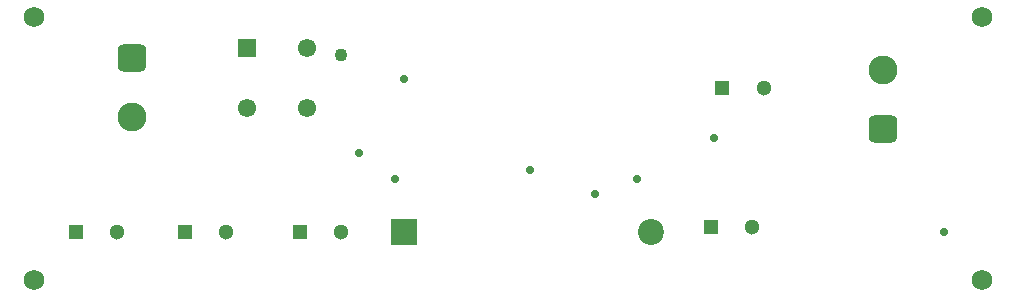
<source format=gbs>
G04*
G04 #@! TF.GenerationSoftware,Altium Limited,Altium Designer,24.5.2 (23)*
G04*
G04 Layer_Color=16711935*
%FSLAX44Y44*%
%MOMM*%
G71*
G04*
G04 #@! TF.SameCoordinates,94DAE4BB-7CB6-4CAD-B1A7-A745C2884CEA*
G04*
G04*
G04 #@! TF.FilePolarity,Negative*
G04*
G01*
G75*
%ADD24R,2.2000X2.2000*%
%ADD25C,2.2000*%
%ADD26C,1.3000*%
%ADD27R,1.3000X1.3000*%
%ADD28C,1.7272*%
G04:AMPARAMS|DCode=29|XSize=2.4532mm|YSize=2.4532mm|CornerRadius=0.6641mm|HoleSize=0mm|Usage=FLASHONLY|Rotation=90.000|XOffset=0mm|YOffset=0mm|HoleType=Round|Shape=RoundedRectangle|*
%AMROUNDEDRECTD29*
21,1,2.4532,1.1250,0,0,90.0*
21,1,1.1250,2.4532,0,0,90.0*
1,1,1.3282,0.5625,0.5625*
1,1,1.3282,0.5625,-0.5625*
1,1,1.3282,-0.5625,-0.5625*
1,1,1.3282,-0.5625,0.5625*
%
%ADD29ROUNDEDRECTD29*%
%ADD30C,2.4532*%
%ADD31R,1.5500X1.5500*%
%ADD32C,1.5500*%
%ADD33C,1.1032*%
%ADD34C,0.7032*%
D24*
X332800Y60000D02*
D03*
D25*
X542200D02*
D03*
D26*
X627500Y65000D02*
D03*
X90000Y60000D02*
D03*
X637500Y182500D02*
D03*
X182500Y60000D02*
D03*
X280000Y60000D02*
D03*
D27*
X592500Y65000D02*
D03*
X55000Y60000D02*
D03*
X602500Y182500D02*
D03*
X147500Y60000D02*
D03*
X245000Y60000D02*
D03*
D28*
X822500Y242500D02*
D03*
Y20000D02*
D03*
X20000D02*
D03*
Y242500D02*
D03*
D29*
X738500Y147500D02*
D03*
X102500Y207500D02*
D03*
D30*
X738500Y197500D02*
D03*
X102500Y157500D02*
D03*
D31*
X200000Y216000D02*
D03*
D32*
X251000D02*
D03*
X200000Y165000D02*
D03*
X251000D02*
D03*
D33*
X280000Y210000D02*
D03*
D34*
X495000Y92500D02*
D03*
X440000Y112500D02*
D03*
X595000Y140000D02*
D03*
X530000Y105000D02*
D03*
X790000Y60000D02*
D03*
X325000Y105000D02*
D03*
X295000Y127500D02*
D03*
X332500Y190000D02*
D03*
M02*

</source>
